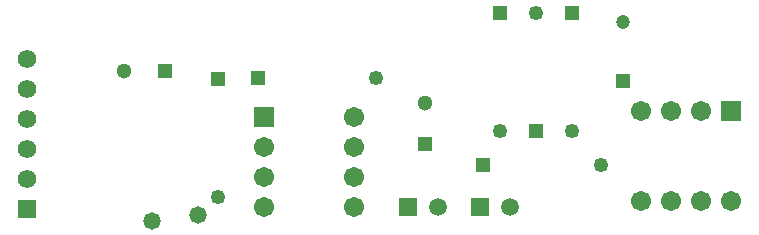
<source format=gbs>
G04*
G04 #@! TF.GenerationSoftware,Altium Limited,Altium Designer,23.11.1 (41)*
G04*
G04 Layer_Color=16711935*
%FSLAX25Y25*%
%MOIN*%
G70*
G04*
G04 #@! TF.SameCoordinates,116AF878-A71F-484F-92B7-8D16203D6036*
G04*
G04*
G04 #@! TF.FilePolarity,Negative*
G04*
G01*
G75*
%ADD18C,0.04921*%
%ADD19R,0.04921X0.04921*%
%ADD20C,0.06706*%
%ADD21R,0.06706X0.06706*%
%ADD22C,0.05918*%
%ADD23R,0.05918X0.05918*%
%ADD24R,0.05118X0.05118*%
%ADD25C,0.05118*%
%ADD26R,0.04724X0.04724*%
%ADD27C,0.04724*%
%ADD28R,0.04921X0.04921*%
%ADD29R,0.06706X0.06706*%
%ADD30R,0.05118X0.05118*%
%ADD31C,0.06181*%
%ADD32R,0.06181X0.06181*%
%ADD33C,0.05800*%
D18*
X290500Y134815D02*
D03*
X266500D02*
D03*
X278500Y174185D02*
D03*
X300185Y123500D02*
D03*
X225185Y152500D02*
D03*
X172500Y112815D02*
D03*
D19*
X290500Y174185D02*
D03*
X266500D02*
D03*
X278500Y134815D02*
D03*
X172500Y152185D02*
D03*
D20*
X313500Y111500D02*
D03*
X323500D02*
D03*
X333500D02*
D03*
X343500D02*
D03*
X313500Y141500D02*
D03*
X323500D02*
D03*
X333500D02*
D03*
X188000Y129500D02*
D03*
Y119500D02*
D03*
Y109500D02*
D03*
X218000Y139500D02*
D03*
Y129500D02*
D03*
Y119500D02*
D03*
Y109500D02*
D03*
D21*
X343500Y141500D02*
D03*
D22*
X270000Y109500D02*
D03*
X246000D02*
D03*
D23*
X260000D02*
D03*
X236000D02*
D03*
D24*
X241500Y130610D02*
D03*
D25*
Y144390D02*
D03*
X141110Y155000D02*
D03*
D26*
X307500Y151657D02*
D03*
D27*
Y171343D02*
D03*
D28*
X260815Y123500D02*
D03*
X185815Y152500D02*
D03*
D29*
X188000Y139500D02*
D03*
D30*
X154890Y155000D02*
D03*
D31*
X109000Y159000D02*
D03*
Y149000D02*
D03*
Y139000D02*
D03*
Y129000D02*
D03*
Y119000D02*
D03*
D32*
Y109000D02*
D03*
D33*
X150500Y105000D02*
D03*
X166000Y107000D02*
D03*
M02*

</source>
